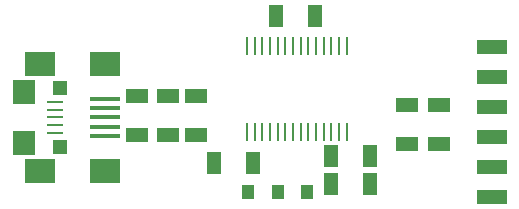
<source format=gbr>
G04 EAGLE Gerber RS-274X export*
G75*
%MOMM*%
%FSLAX34Y34*%
%LPD*%
%INSolderpaste Top*%
%IPPOS*%
%AMOC8*
5,1,8,0,0,1.08239X$1,22.5*%
G01*
G04 Define Apertures*
%ADD10R,0.227331X1.500000*%
%ADD11R,2.540000X1.270000*%
%ADD12R,2.500000X0.350000*%
%ADD13R,2.500000X2.000000*%
%ADD14R,1.900000X2.150000*%
%ADD15R,1.300000X1.200000*%
%ADD16R,1.350000X0.228600*%
%ADD17R,1.350000X0.243841*%
%ADD18R,1.270000X1.905000*%
%ADD19R,1.905000X1.270000*%
%ADD20R,1.000000X1.200000*%
D10*
X293812Y183200D03*
X287312Y183200D03*
X280812Y183200D03*
X274312Y183200D03*
X267812Y183200D03*
X261312Y183200D03*
X254812Y183200D03*
X248312Y183200D03*
X241812Y183200D03*
X235312Y183200D03*
X228812Y183200D03*
X222312Y183200D03*
X215812Y183200D03*
X209312Y183200D03*
X209312Y110700D03*
X215812Y110700D03*
X222312Y110700D03*
X228812Y110700D03*
X235312Y110700D03*
X241812Y110700D03*
X248312Y110700D03*
X254812Y110700D03*
X261312Y110700D03*
X267812Y110700D03*
X274312Y110700D03*
X280812Y110700D03*
X287312Y110700D03*
X293812Y110700D03*
D11*
X416571Y55668D03*
X416571Y81068D03*
X416571Y106468D03*
X416571Y131868D03*
X416571Y157268D03*
X416571Y182668D03*
D12*
X89544Y122575D03*
X89544Y130575D03*
X89544Y106575D03*
X89544Y114575D03*
D13*
X34544Y77575D03*
X34544Y167575D03*
X89544Y77575D03*
X89544Y167575D03*
D12*
X89544Y138575D03*
D14*
X20270Y144325D03*
X20270Y100825D03*
D15*
X50770Y147575D03*
X50770Y97575D03*
D16*
X47270Y122575D03*
X47270Y129075D03*
D17*
X47270Y135575D03*
D16*
X47270Y116075D03*
D17*
X47270Y109575D03*
D18*
X181204Y84277D03*
X214224Y84277D03*
D19*
X166218Y107899D03*
X166218Y140919D03*
D18*
X233836Y208104D03*
X266856Y208104D03*
D19*
X116688Y107645D03*
X116688Y140665D03*
X142850Y107642D03*
X142850Y140662D03*
D18*
X313792Y89611D03*
X280772Y89611D03*
X313792Y66497D03*
X280772Y66497D03*
D19*
X344780Y100533D03*
X344780Y133553D03*
X371729Y100228D03*
X371729Y133248D03*
D20*
X235306Y59100D03*
X260306Y59100D03*
X210306Y59100D03*
M02*

</source>
